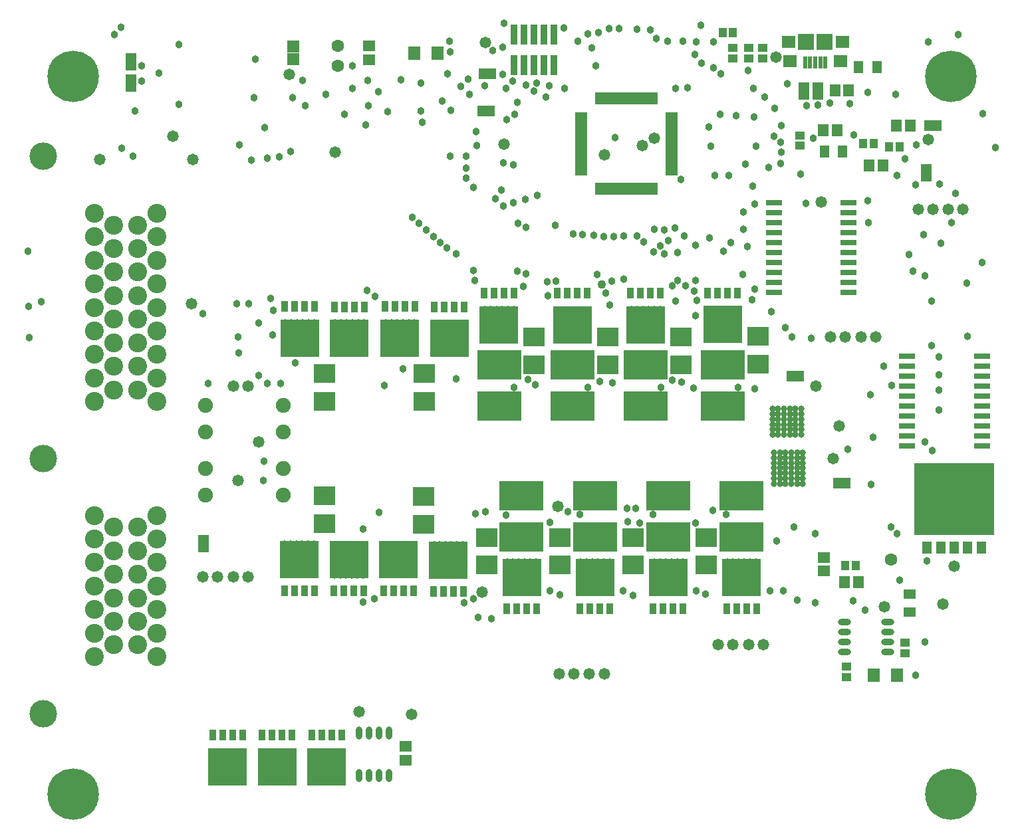
<source format=gbr>
%TF.GenerationSoftware,Altium Limited,Altium Designer,19.0.10 (269)*%
G04 Layer_Color=8388736*
%FSLAX26Y26*%
%MOIN*%
%TF.FileFunction,Soldermask,Top*%
%TF.Part,Single*%
G01*
G75*
%TA.AperFunction,SMDPad,CuDef*%
%ADD79R,0.043433X0.047370*%
%ADD80R,0.061150X0.053276*%
%ADD87R,0.045402X0.041465*%
%ADD88R,0.047370X0.043433*%
%ADD91R,0.053276X0.061150*%
%ADD92O,0.031622X0.065087*%
%ADD94R,0.082803X0.031622*%
%ADD95R,0.041465X0.045402*%
%ADD96O,0.065087X0.031622*%
%ADD97R,0.051307X0.059181*%
%ADD100R,0.053276X0.088709*%
%TA.AperFunction,ComponentPad*%
%ADD101C,0.074929*%
%TA.AperFunction,SMDPad,CuDef*%
%ADD102R,0.088709X0.053276*%
%TA.AperFunction,ViaPad*%
%ADD103C,0.258000*%
%TA.AperFunction,ComponentPad*%
%ADD104C,0.137921*%
%ADD105C,0.094614*%
%ADD106C,0.063118*%
%ADD107C,0.019811*%
%TA.AperFunction,SMDPad,CuDef*%
%ADD108R,0.401701X0.362331*%
%TA.AperFunction,ViaPad*%
%ADD109C,0.058000*%
%ADD110C,0.038000*%
%ADD111C,0.043000*%
%ADD112C,0.033000*%
%ADD113C,0.063000*%
%TA.AperFunction,SMDPad,CuDef*%
%ADD114R,0.019811X0.061150*%
%ADD115R,0.061150X0.019811*%
%ADD116R,0.061150X0.065087*%
%ADD117R,0.059181X0.051307*%
%ADD118R,0.110362X0.096583*%
%ADD119R,0.222567X0.145795*%
%ADD120R,0.035559X0.053276*%
%ADD121R,0.193039X0.189102*%
%TA.AperFunction,ConnectorPad*%
%ADD122R,0.023748X0.061150*%
%ADD123R,0.070992X0.063118*%
%ADD124R,0.065087X0.059181*%
%TA.AperFunction,SMDPad,CuDef*%
%ADD125R,0.082803X0.082803*%
%ADD126R,0.037921X0.102488*%
%ADD127R,0.063118X0.059181*%
%ADD128R,0.050126X0.061937*%
D79*
X4391850Y3548000D02*
D03*
X4445000D02*
D03*
X4315000Y3564000D02*
D03*
X4261850D02*
D03*
X4170425Y1447000D02*
D03*
X4223575D02*
D03*
D80*
X1968345Y470551D02*
D03*
Y539449D02*
D03*
X1783000Y3984000D02*
D03*
Y4052898D02*
D03*
X4064000Y1488449D02*
D03*
Y1419551D02*
D03*
D87*
X3687362Y4042575D02*
D03*
Y3991394D02*
D03*
D88*
X4176000Y939150D02*
D03*
Y886000D02*
D03*
X3757362Y3990410D02*
D03*
Y4043559D02*
D03*
X3607362Y3990410D02*
D03*
Y4043559D02*
D03*
X3942425Y3552425D02*
D03*
Y3605575D02*
D03*
X4471000Y1062034D02*
D03*
Y1008884D02*
D03*
D91*
X4237449Y1365356D02*
D03*
X4168551D02*
D03*
X4360628Y3453000D02*
D03*
X4291730D02*
D03*
X4496449Y3653000D02*
D03*
X4427551D02*
D03*
X4061976Y3630468D02*
D03*
X4130874D02*
D03*
X4118976Y3830000D02*
D03*
X4187874D02*
D03*
D92*
X1884345Y608284D02*
D03*
X1834345D02*
D03*
X1784345D02*
D03*
X1734345D02*
D03*
X1884345Y393717D02*
D03*
X1834345D02*
D03*
X1784345D02*
D03*
X1734345D02*
D03*
D94*
X4188008Y2816000D02*
D03*
Y2866000D02*
D03*
Y2916000D02*
D03*
Y2966000D02*
D03*
Y3016000D02*
D03*
Y3066000D02*
D03*
Y3116000D02*
D03*
Y3166000D02*
D03*
Y3216000D02*
D03*
Y3266000D02*
D03*
X3813992Y2816000D02*
D03*
Y2866000D02*
D03*
Y2916000D02*
D03*
Y2966000D02*
D03*
Y3016000D02*
D03*
Y3066000D02*
D03*
Y3116000D02*
D03*
Y3166000D02*
D03*
Y3216000D02*
D03*
Y3266000D02*
D03*
X4481992Y2496000D02*
D03*
Y2446000D02*
D03*
Y2396000D02*
D03*
Y2346000D02*
D03*
Y2296000D02*
D03*
Y2246000D02*
D03*
Y2196000D02*
D03*
Y2146000D02*
D03*
Y2096000D02*
D03*
Y2046000D02*
D03*
X4856008Y2496000D02*
D03*
Y2446000D02*
D03*
Y2396000D02*
D03*
Y2346000D02*
D03*
Y2296000D02*
D03*
Y2246000D02*
D03*
Y2196000D02*
D03*
Y2146000D02*
D03*
Y2096000D02*
D03*
Y2046000D02*
D03*
D95*
X3607953Y4121984D02*
D03*
X3556772D02*
D03*
D96*
X4382732Y1014908D02*
D03*
Y1064908D02*
D03*
Y1114908D02*
D03*
Y1164908D02*
D03*
X4168165Y1014908D02*
D03*
Y1064908D02*
D03*
Y1114908D02*
D03*
Y1164908D02*
D03*
D97*
X4329223Y3946000D02*
D03*
X4238671D02*
D03*
X4156701Y3523000D02*
D03*
X4066150D02*
D03*
D100*
X592000Y3973500D02*
D03*
Y3868500D02*
D03*
X953102Y1557000D02*
D03*
X4034425Y3826000D02*
D03*
X3965425D02*
D03*
X4578000Y3416000D02*
D03*
D101*
X964724Y1933022D02*
D03*
X1355276D02*
D03*
X964724Y1799163D02*
D03*
X1355276D02*
D03*
X964449Y2250000D02*
D03*
X1355000D02*
D03*
X964449Y2116142D02*
D03*
X1355000D02*
D03*
D102*
X2376000Y3913000D02*
D03*
X3922000Y2396000D02*
D03*
X4153619Y1860730D02*
D03*
X4610000Y3653000D02*
D03*
X2371000Y3726000D02*
D03*
D103*
X4700000Y3900000D02*
D03*
Y300000D02*
D03*
X300000D02*
D03*
Y3900000D02*
D03*
D104*
X150000Y3500000D02*
D03*
Y1984252D02*
D03*
Y704724D02*
D03*
D105*
X720866Y990158D02*
D03*
Y1108268D02*
D03*
Y1226378D02*
D03*
Y1344488D02*
D03*
Y1462599D02*
D03*
Y1580709D02*
D03*
Y1698819D02*
D03*
X622441Y1049213D02*
D03*
Y1167323D02*
D03*
Y1285433D02*
D03*
Y1403543D02*
D03*
Y1521654D02*
D03*
Y1639764D02*
D03*
X504331Y1049213D02*
D03*
Y1167323D02*
D03*
Y1285433D02*
D03*
Y1403543D02*
D03*
Y1521654D02*
D03*
Y1639764D02*
D03*
X405906Y990158D02*
D03*
Y1108268D02*
D03*
Y1226378D02*
D03*
Y1344488D02*
D03*
Y1462599D02*
D03*
Y1580709D02*
D03*
Y1698819D02*
D03*
Y3214567D02*
D03*
Y3096457D02*
D03*
Y2978347D02*
D03*
Y2860236D02*
D03*
Y2742126D02*
D03*
Y2624016D02*
D03*
Y2505905D02*
D03*
Y2387795D02*
D03*
Y2269685D02*
D03*
X504331Y3155512D02*
D03*
Y3037402D02*
D03*
Y2919291D02*
D03*
Y2801181D02*
D03*
Y2683071D02*
D03*
Y2564961D02*
D03*
Y2446850D02*
D03*
Y2328740D02*
D03*
X622441Y3155512D02*
D03*
Y3037402D02*
D03*
Y2919291D02*
D03*
Y2801181D02*
D03*
Y2683071D02*
D03*
Y2564961D02*
D03*
Y2446850D02*
D03*
Y2328740D02*
D03*
X720866Y3214567D02*
D03*
Y3096457D02*
D03*
Y2978347D02*
D03*
Y2860236D02*
D03*
Y2742126D02*
D03*
Y2624016D02*
D03*
Y2505905D02*
D03*
Y2387795D02*
D03*
Y2269685D02*
D03*
D106*
X1628000Y3953449D02*
D03*
Y4053449D02*
D03*
D107*
X4740512Y1780000D02*
D03*
Y1827244D02*
D03*
Y1874488D02*
D03*
Y1921732D02*
D03*
Y1732756D02*
D03*
Y1685512D02*
D03*
Y1638268D02*
D03*
X4787756D02*
D03*
Y1685512D02*
D03*
Y1732756D02*
D03*
Y1921732D02*
D03*
Y1874488D02*
D03*
Y1827244D02*
D03*
Y1780000D02*
D03*
X4835000Y1638268D02*
D03*
Y1685512D02*
D03*
Y1732756D02*
D03*
Y1921732D02*
D03*
Y1874488D02*
D03*
Y1827244D02*
D03*
Y1780000D02*
D03*
X4882244Y1638268D02*
D03*
Y1685512D02*
D03*
Y1732756D02*
D03*
Y1921732D02*
D03*
Y1874488D02*
D03*
Y1827244D02*
D03*
Y1780000D02*
D03*
X4693268Y1638268D02*
D03*
Y1685512D02*
D03*
Y1732756D02*
D03*
Y1921732D02*
D03*
Y1874488D02*
D03*
Y1827244D02*
D03*
Y1780000D02*
D03*
X4646024Y1638268D02*
D03*
Y1685512D02*
D03*
Y1732756D02*
D03*
Y1921732D02*
D03*
Y1874488D02*
D03*
Y1827244D02*
D03*
Y1780000D02*
D03*
X4598780Y1638268D02*
D03*
Y1685512D02*
D03*
Y1732756D02*
D03*
Y1921732D02*
D03*
Y1874488D02*
D03*
Y1827244D02*
D03*
Y1780000D02*
D03*
X4551535Y1638268D02*
D03*
Y1685512D02*
D03*
Y1732756D02*
D03*
Y1921732D02*
D03*
Y1874488D02*
D03*
Y1827244D02*
D03*
Y1780000D02*
D03*
D108*
X4716890D02*
D03*
D109*
X4141500Y2148000D02*
D03*
X434000Y3484000D02*
D03*
X1103038Y2346000D02*
D03*
X1177038D02*
D03*
X951000Y1389000D02*
D03*
X1025000D02*
D03*
X1177450D02*
D03*
X1103450D02*
D03*
X2736000Y904000D02*
D03*
X2810000D02*
D03*
X2962450D02*
D03*
X2888450D02*
D03*
X3533584Y1051000D02*
D03*
X3607584D02*
D03*
X3760034D02*
D03*
X3686034D02*
D03*
X4097803Y2594000D02*
D03*
X4171803D02*
D03*
X4324254D02*
D03*
X4250254D02*
D03*
X4688000Y3233000D02*
D03*
X4762000D02*
D03*
X4609550D02*
D03*
X4535550D02*
D03*
X1615000Y3520000D02*
D03*
X1229510Y2066000D02*
D03*
X1128000Y1875000D02*
D03*
X894000Y2759000D02*
D03*
X902000Y3485000D02*
D03*
X802000Y3600000D02*
D03*
X2731000Y1743570D02*
D03*
X2459909Y3561000D02*
D03*
X2368000Y4071000D02*
D03*
X3823000Y3997000D02*
D03*
X2963000Y3506000D02*
D03*
X3213643Y3589000D02*
D03*
X4050000Y3269000D02*
D03*
X4587000Y3585000D02*
D03*
X4111000Y1985000D02*
D03*
X4367000Y1239000D02*
D03*
X2352000Y1314000D02*
D03*
X1998000Y700000D02*
D03*
X1384000Y3911000D02*
D03*
X4662000Y1253000D02*
D03*
X4716890Y1443000D02*
D03*
X3153000Y3552795D02*
D03*
X4023000Y2346000D02*
D03*
X1733000Y714000D02*
D03*
D110*
X731000Y3917000D02*
D03*
X645030Y3954500D02*
D03*
X644000Y3878500D02*
D03*
X541500Y4146500D02*
D03*
X610000Y3726000D02*
D03*
X829500Y3760500D02*
D03*
Y4061000D02*
D03*
X78500Y2746500D02*
D03*
X3656485Y2908015D02*
D03*
X3076500Y1734000D02*
D03*
X4784500Y2597500D02*
D03*
X4604500Y2551000D02*
D03*
X1399000Y3795000D02*
D03*
X4311000Y2090000D02*
D03*
X3012000Y3096245D02*
D03*
X2969000Y2815000D02*
D03*
X2928000Y2906024D02*
D03*
X1774685Y2826000D02*
D03*
X949000Y2710000D02*
D03*
X2690000Y1663328D02*
D03*
X2260263Y1260000D02*
D03*
X2363000Y3855000D02*
D03*
X2454000Y3910000D02*
D03*
X2760000Y4144000D02*
D03*
X2459000Y4166000D02*
D03*
X2403000Y4029000D02*
D03*
X2288000Y3811000D02*
D03*
X3787000Y3444000D02*
D03*
X3847000Y3465000D02*
D03*
X4034000Y3757000D02*
D03*
X4093000Y3768000D02*
D03*
X3977000Y3754000D02*
D03*
X1206000Y3794000D02*
D03*
X1449000Y3879000D02*
D03*
X1778000Y3880000D02*
D03*
X1780000Y3755000D02*
D03*
X1699000Y3840000D02*
D03*
X1700409Y3954410D02*
D03*
X2177000Y3913000D02*
D03*
X2195400Y3729000D02*
D03*
X2050000Y3672000D02*
D03*
X2472000Y3841000D02*
D03*
X2281000Y3887000D02*
D03*
X2192000Y4024000D02*
D03*
X1214000Y3986000D02*
D03*
X4645000Y3361000D02*
D03*
X4010000Y3589000D02*
D03*
X3509000Y4074000D02*
D03*
X3715000Y3696000D02*
D03*
X3498000Y3550000D02*
D03*
X2682000Y2801181D02*
D03*
X3716000Y3259000D02*
D03*
Y2334000D02*
D03*
X3802000Y2720000D02*
D03*
X3705000Y2781000D02*
D03*
X3062000Y2884000D02*
D03*
X2940000Y2371000D02*
D03*
X3002000Y2875000D02*
D03*
X2782000Y1717000D02*
D03*
X2366000D02*
D03*
X2318000Y1707000D02*
D03*
X2716000Y3155000D02*
D03*
X2678000Y2869000D02*
D03*
X2720000Y2875000D02*
D03*
X3670000Y3459000D02*
D03*
X2416000Y3286000D02*
D03*
X2571000Y3143000D02*
D03*
X2508000Y3268000D02*
D03*
X2567000Y3284000D02*
D03*
X2506000Y3458000D02*
D03*
X2456000Y3467000D02*
D03*
X3409000Y2338000D02*
D03*
X3331000Y2878000D02*
D03*
X3265000Y3011000D02*
D03*
X3285000Y3078000D02*
D03*
X3543600Y3709000D02*
D03*
X2151000Y3777000D02*
D03*
X2270000Y3441000D02*
D03*
X3625000Y3703000D02*
D03*
X3547000Y3914000D02*
D03*
X4425000Y3811000D02*
D03*
X3487000Y3646000D02*
D03*
X3848000Y3571000D02*
D03*
X3586000Y3405000D02*
D03*
X3723000Y3550000D02*
D03*
X2764000Y3842000D02*
D03*
X2671000Y3796000D02*
D03*
X2569696Y3858000D02*
D03*
X2625000Y3867000D02*
D03*
X2686000Y3855000D02*
D03*
X3322000Y3840000D02*
D03*
X2572000Y2909000D02*
D03*
X3712000Y3842000D02*
D03*
X3716000Y2833000D02*
D03*
X3421000Y2701000D02*
D03*
X543500Y3541000D02*
D03*
X3037000Y4141000D02*
D03*
X2882000Y4115000D02*
D03*
X2934000Y4120000D02*
D03*
X2902000Y4044000D02*
D03*
X2187000Y4078000D02*
D03*
X2616000Y2354000D02*
D03*
X2580000Y2380000D02*
D03*
X4586000Y4075000D02*
D03*
X3305000Y2376000D02*
D03*
X3160000Y3069000D02*
D03*
X2989000Y2753000D02*
D03*
X3081000Y1666000D02*
D03*
X3142000Y1660000D02*
D03*
X3413000Y2824000D02*
D03*
X3420000Y1662000D02*
D03*
X3212000Y3022000D02*
D03*
X3319000Y2773000D02*
D03*
X3245000Y3049000D02*
D03*
X3126000Y3100000D02*
D03*
X3213000Y3133000D02*
D03*
X3828000Y1570000D02*
D03*
X2910000Y3103000D02*
D03*
X2855000Y3106000D02*
D03*
X2808000Y3111000D02*
D03*
X3419000Y3054000D02*
D03*
X3363000Y3100000D02*
D03*
X3316000Y3139000D02*
D03*
X3328843Y3016000D02*
D03*
X3265000Y3131000D02*
D03*
X3381000Y3843000D02*
D03*
X3447000Y4158000D02*
D03*
X4738000Y4112000D02*
D03*
X4607000Y2025000D02*
D03*
X4570000Y2066000D02*
D03*
X3120000Y1735000D02*
D03*
X4527000Y3556000D02*
D03*
X4470000Y3486000D02*
D03*
X3851000Y3520000D02*
D03*
X4925000Y3543000D02*
D03*
X4300000Y1854500D02*
D03*
X4400000Y1641000D02*
D03*
X3914236D02*
D03*
X3507000Y1725000D02*
D03*
X3371000Y2850000D02*
D03*
X2558000Y2848000D02*
D03*
X3428386Y2776106D02*
D03*
X3768000Y3796000D02*
D03*
X3817000Y3741000D02*
D03*
X3852000Y3654000D02*
D03*
X3973000Y3263000D02*
D03*
X3814000Y3602000D02*
D03*
X3679000Y3046000D02*
D03*
X3489000Y3090000D02*
D03*
X2531000Y3164000D02*
D03*
X3903000Y2594000D02*
D03*
X3872000Y2642000D02*
D03*
X4001000Y2588000D02*
D03*
X2219000Y2385000D02*
D03*
X2331000Y1186000D02*
D03*
X3195112Y4134500D02*
D03*
X3510000Y3945000D02*
D03*
X3451000Y3967000D02*
D03*
X3416000Y4009000D02*
D03*
X3423000Y4074000D02*
D03*
X3357000Y4076000D02*
D03*
X3281000Y4077000D02*
D03*
X3225000Y4090000D02*
D03*
X3126000Y4136000D02*
D03*
X599000Y3499000D02*
D03*
X2920000Y3954410D02*
D03*
X2987000Y4139000D02*
D03*
X507139Y4109000D02*
D03*
X3685000Y3930000D02*
D03*
X2505000Y3876000D02*
D03*
X3516000Y3403000D02*
D03*
X3346000Y3384000D02*
D03*
X4861000Y3715000D02*
D03*
X4432000Y1607000D02*
D03*
X4211000Y1272000D02*
D03*
X2447000Y3329000D02*
D03*
X3559281Y3024000D02*
D03*
X2457711Y3251000D02*
D03*
X2627000Y3304000D02*
D03*
X3060000Y3099000D02*
D03*
X2962000Y3097000D02*
D03*
X3659597Y3221000D02*
D03*
X3660000Y3134000D02*
D03*
X3598000Y3068000D02*
D03*
X2526000Y2924000D02*
D03*
X4444000Y1375000D02*
D03*
X1339000Y2361000D02*
D03*
X1953000Y2434000D02*
D03*
X4523000Y897000D02*
D03*
X4582000Y1469000D02*
D03*
X3946000Y3410000D02*
D03*
X3880000Y3864000D02*
D03*
X4524000Y3356000D02*
D03*
X2475000Y3685000D02*
D03*
X2515000Y3712000D02*
D03*
X2527000Y3770000D02*
D03*
X2610000Y3827000D02*
D03*
X2398000Y1179000D02*
D03*
X1754000Y1263000D02*
D03*
X1811000Y1282000D02*
D03*
X2511491Y2341470D02*
D03*
X2878912Y2341000D02*
D03*
X3246334Y2340894D02*
D03*
X3633298Y2342106D02*
D03*
X3574843Y1703000D02*
D03*
X3207421D02*
D03*
X2840000D02*
D03*
X2469000Y1700000D02*
D03*
X3303000Y2849000D02*
D03*
X3349000Y2367000D02*
D03*
X4642000Y2228000D02*
D03*
X3005000Y2364000D02*
D03*
X4642000Y2326000D02*
D03*
X4298500Y2305500D02*
D03*
X4639000Y2404000D02*
D03*
Y2495000D02*
D03*
X4287000Y3167000D02*
D03*
X4284000Y3276000D02*
D03*
X3016000Y3594000D02*
D03*
X3708000Y3349000D02*
D03*
X4725000Y3315000D02*
D03*
X4570000Y1063000D02*
D03*
X4269000Y1225000D02*
D03*
X2044000Y3868000D02*
D03*
X4019000Y1608000D02*
D03*
Y1262000D02*
D03*
X3932000Y1274000D02*
D03*
X2831000Y4077000D02*
D03*
X2455000Y4046000D02*
D03*
X2245000Y3852000D02*
D03*
X4214000Y3607000D02*
D03*
X4285000Y3819000D02*
D03*
X4195000Y3764000D02*
D03*
X4432000Y3403000D02*
D03*
X4603000Y2775000D02*
D03*
X4492000Y3008000D02*
D03*
X4512000Y2924000D02*
D03*
X4571000Y2901000D02*
D03*
X4563000Y3108000D02*
D03*
X3421000Y2876636D02*
D03*
X4858000Y2966000D02*
D03*
X3859000Y1320000D02*
D03*
X4650000Y3063000D02*
D03*
X4781000Y2863000D02*
D03*
X3472000Y1303000D02*
D03*
X4704000Y3167000D02*
D03*
X3108000Y1298000D02*
D03*
X2739000Y1300000D02*
D03*
X2043000Y3727000D02*
D03*
X1878000Y3724000D02*
D03*
X2308000Y3343000D02*
D03*
X2270000Y3389000D02*
D03*
X2308000Y2926000D02*
D03*
X2314000Y2878000D02*
D03*
X3792264Y1321151D02*
D03*
X3424843D02*
D03*
X3057421D02*
D03*
X2690000D02*
D03*
X1860000Y2350000D02*
D03*
X4363000Y2448000D02*
D03*
X4405000Y2349000D02*
D03*
X1390800Y3524000D02*
D03*
X1134000Y3557000D02*
D03*
X1195000Y3480000D02*
D03*
X1122000Y2760000D02*
D03*
X1182000Y2759000D02*
D03*
X1132000Y2514000D02*
D03*
X2308477Y1280701D02*
D03*
X2174205Y3039000D02*
D03*
X2221000Y3012000D02*
D03*
X2324000Y3553000D02*
D03*
X1835000Y1714000D02*
D03*
X1414000Y2464000D02*
D03*
X1754000Y1632000D02*
D03*
X81000Y2590000D02*
D03*
X2322000Y3624000D02*
D03*
X1274000Y3492000D02*
D03*
X2142000Y3067000D02*
D03*
X2106000Y3097000D02*
D03*
X2070000Y3131000D02*
D03*
X2034000Y3165000D02*
D03*
X1999000Y3195000D02*
D03*
X1831000Y3824000D02*
D03*
X2270000Y3500000D02*
D03*
X1299755Y2603000D02*
D03*
X1815000Y2798000D02*
D03*
X2189000Y3501000D02*
D03*
X1305000Y2726000D02*
D03*
X140000Y2772000D02*
D03*
X75000Y3023000D02*
D03*
X1662000Y3712000D02*
D03*
X1566000Y3810000D02*
D03*
X1126000Y2594000D02*
D03*
X1944000Y3883000D02*
D03*
X1464000Y3755000D02*
D03*
X1766000Y3656000D02*
D03*
X1334000Y3497000D02*
D03*
X1230000Y2402000D02*
D03*
X1274000Y2359000D02*
D03*
X1262000Y3645000D02*
D03*
X1290000Y2786000D02*
D03*
X1230000Y2665000D02*
D03*
X1255000Y1875000D02*
D03*
X1256000Y1971000D02*
D03*
X978000Y2361000D02*
D03*
X4184000Y2032000D02*
D03*
D111*
X2948976Y2856342D02*
D03*
D112*
X3099000Y2707000D02*
D03*
Y2629000D02*
D03*
Y2655000D02*
D03*
Y2681000D02*
D03*
X3127800Y2707000D02*
D03*
Y2681000D02*
D03*
Y2629000D02*
D03*
X3099000Y2603000D02*
D03*
X3921200Y2233000D02*
D03*
X3950000D02*
D03*
X3892400D02*
D03*
X3921200Y2207000D02*
D03*
X3863600Y2233000D02*
D03*
X3834800D02*
D03*
X3214200Y2733000D02*
D03*
X3185400D02*
D03*
X3214200Y2707000D02*
D03*
X3185400D02*
D03*
X3214200Y2681000D02*
D03*
X3185400D02*
D03*
X3214200Y2655000D02*
D03*
X3185400D02*
D03*
X3214200Y2629000D02*
D03*
X3185400D02*
D03*
X3214200Y2603000D02*
D03*
X3185400D02*
D03*
X3214200Y2577000D02*
D03*
X3243000Y2733000D02*
D03*
X3357643Y1415000D02*
D03*
Y1441000D02*
D03*
X3328843D02*
D03*
Y1467000D02*
D03*
X3213643D02*
D03*
X2960200D02*
D03*
Y1441000D02*
D03*
X2989000Y1415000D02*
D03*
Y1441000D02*
D03*
Y1467000D02*
D03*
X2960200Y1415000D02*
D03*
X2931400Y1441000D02*
D03*
X2902600D02*
D03*
X2931400Y1415000D02*
D03*
X2902600D02*
D03*
X2873800D02*
D03*
X3814000Y1910000D02*
D03*
Y1858000D02*
D03*
X3842800Y1910000D02*
D03*
X3814000Y1884000D02*
D03*
X3842800Y1858000D02*
D03*
X3871600Y1910000D02*
D03*
X3842800Y1884000D02*
D03*
X3871600Y1858000D02*
D03*
X3900400Y1910000D02*
D03*
X3871600Y1884000D02*
D03*
X3900400Y1858000D02*
D03*
X3929200Y1910000D02*
D03*
X3900400Y1884000D02*
D03*
X3929200Y1858000D02*
D03*
X3958000Y1910000D02*
D03*
X3929200Y1884000D02*
D03*
X3958000Y1858000D02*
D03*
X2142800Y2535000D02*
D03*
Y2509000D02*
D03*
X2114000Y2587000D02*
D03*
X2142800Y2561000D02*
D03*
X2114000Y2509000D02*
D03*
Y2535000D02*
D03*
X2229200Y2509000D02*
D03*
X2200400D02*
D03*
X2171600D02*
D03*
X2200400Y2561000D02*
D03*
Y2535000D02*
D03*
X2171600Y2613000D02*
D03*
X2200400Y2587000D02*
D03*
X2171600Y2535000D02*
D03*
Y2561000D02*
D03*
Y2587000D02*
D03*
X2142800Y2639000D02*
D03*
Y2587000D02*
D03*
Y2613000D02*
D03*
X2114000Y2665000D02*
D03*
Y2613000D02*
D03*
X2142800Y2665000D02*
D03*
X2114000Y2639000D02*
D03*
X2365000Y2630000D02*
D03*
Y2682000D02*
D03*
Y2708000D02*
D03*
Y2656000D02*
D03*
X2393800Y2630000D02*
D03*
X1982200Y2510000D02*
D03*
X3243000Y2577000D02*
D03*
Y2603000D02*
D03*
Y2629000D02*
D03*
Y2655000D02*
D03*
Y2681000D02*
D03*
Y2707000D02*
D03*
X3185400Y2577000D02*
D03*
X2960200Y1337000D02*
D03*
Y1311000D02*
D03*
X2989000Y1389000D02*
D03*
X2960200Y1363000D02*
D03*
X2989000Y1311000D02*
D03*
Y1337000D02*
D03*
X2931400Y1311000D02*
D03*
X2902600D02*
D03*
X2931400Y1337000D02*
D03*
X2989000Y1363000D02*
D03*
X2845000D02*
D03*
Y1311000D02*
D03*
Y1337000D02*
D03*
X2873800Y1389000D02*
D03*
Y1311000D02*
D03*
Y1337000D02*
D03*
Y1363000D02*
D03*
X2902600D02*
D03*
Y1337000D02*
D03*
Y1389000D02*
D03*
X2960200D02*
D03*
X2931400D02*
D03*
Y1363000D02*
D03*
Y1467000D02*
D03*
X2845000Y1441000D02*
D03*
Y1389000D02*
D03*
Y1467000D02*
D03*
Y1415000D02*
D03*
X2873800Y1441000D02*
D03*
X2902600Y1467000D02*
D03*
X2873800D02*
D03*
X3127800Y2603000D02*
D03*
Y2577000D02*
D03*
X3099000D02*
D03*
X3156600D02*
D03*
X2818400Y2576000D02*
D03*
X2789600D02*
D03*
X2760800D02*
D03*
X2789600Y2602000D02*
D03*
X2760800D02*
D03*
X2732000D02*
D03*
X2760800Y2654000D02*
D03*
Y2628000D02*
D03*
Y2680000D02*
D03*
X2732000Y2706000D02*
D03*
X2760800D02*
D03*
X2732000Y2732000D02*
D03*
X2876000Y2628000D02*
D03*
Y2576000D02*
D03*
Y2602000D02*
D03*
X2847200Y2654000D02*
D03*
Y2602000D02*
D03*
Y2576000D02*
D03*
Y2628000D02*
D03*
X2818400Y2680000D02*
D03*
X2847200D02*
D03*
X2876000Y2654000D02*
D03*
Y2680000D02*
D03*
Y2706000D02*
D03*
X3543600Y2579000D02*
D03*
X3958000Y1884000D02*
D03*
X3929200Y1936000D02*
D03*
X3958000D02*
D03*
X3929200Y1962000D02*
D03*
X3958000D02*
D03*
X3929200Y1988000D02*
D03*
X3958000D02*
D03*
X3929200Y2014000D02*
D03*
X3814000Y1936000D02*
D03*
Y2014000D02*
D03*
Y1988000D02*
D03*
X3871600D02*
D03*
X3842800Y1962000D02*
D03*
Y1988000D02*
D03*
X3814000Y1962000D02*
D03*
X3842800Y2014000D02*
D03*
Y1936000D02*
D03*
X3871600D02*
D03*
Y2014000D02*
D03*
X3900400Y1936000D02*
D03*
X3871600Y1962000D02*
D03*
X3900400Y2014000D02*
D03*
Y1988000D02*
D03*
Y1962000D02*
D03*
X3958000Y2014000D02*
D03*
X3834800Y2129000D02*
D03*
Y2103000D02*
D03*
X3863600Y2129000D02*
D03*
X2171600Y2639000D02*
D03*
Y2665000D02*
D03*
X2229200Y2639000D02*
D03*
X2200400Y2665000D02*
D03*
Y2639000D02*
D03*
Y2613000D02*
D03*
X2229200Y2535000D02*
D03*
X2258000Y2587000D02*
D03*
X2229200D02*
D03*
Y2613000D02*
D03*
X2258000D02*
D03*
X2229200Y2561000D02*
D03*
X2258000Y2535000D02*
D03*
Y2561000D02*
D03*
X2114000D02*
D03*
X3806000Y2207000D02*
D03*
Y2129000D02*
D03*
Y2155000D02*
D03*
Y2181000D02*
D03*
X3834800Y2155000D02*
D03*
Y2181000D02*
D03*
Y2207000D02*
D03*
X3863600D02*
D03*
Y2181000D02*
D03*
Y2155000D02*
D03*
X3892400Y2181000D02*
D03*
Y2207000D02*
D03*
X3806000Y2233000D02*
D03*
Y2103000D02*
D03*
X3607800Y1338000D02*
D03*
Y1312000D02*
D03*
X3636600Y1390000D02*
D03*
X3607800Y1364000D02*
D03*
X3636600Y1312000D02*
D03*
Y1338000D02*
D03*
Y1364000D02*
D03*
X3665400Y1416000D02*
D03*
X3694200Y1364000D02*
D03*
X3665400Y1338000D02*
D03*
Y1364000D02*
D03*
Y1390000D02*
D03*
X3694200Y1468000D02*
D03*
X3665400Y1442000D02*
D03*
X3723000Y1416000D02*
D03*
X3694200Y1390000D02*
D03*
Y1416000D02*
D03*
X3723000Y1390000D02*
D03*
X3694200Y1442000D02*
D03*
X3723000D02*
D03*
X3694200Y1338000D02*
D03*
X3665400Y1312000D02*
D03*
X3723000Y1338000D02*
D03*
X3694200Y1312000D02*
D03*
X3723000Y1364000D02*
D03*
X1758000Y2614000D02*
D03*
Y2666000D02*
D03*
Y2640000D02*
D03*
X1729200Y2588000D02*
D03*
Y2666000D02*
D03*
Y2640000D02*
D03*
Y2614000D02*
D03*
X1700400Y2588000D02*
D03*
Y2666000D02*
D03*
Y2614000D02*
D03*
X1671600D02*
D03*
Y2666000D02*
D03*
X1700400Y2640000D02*
D03*
X1867000Y2510000D02*
D03*
X1895800D02*
D03*
X1887800Y1529000D02*
D03*
X1859000D02*
D03*
Y1503000D02*
D03*
Y1555000D02*
D03*
X1365000Y2667000D02*
D03*
X1393800Y2615000D02*
D03*
X1365000Y2589000D02*
D03*
Y2615000D02*
D03*
Y2641000D02*
D03*
Y2563000D02*
D03*
X1393800Y2667000D02*
D03*
X1422600Y2615000D02*
D03*
X1393800Y2589000D02*
D03*
X1451400Y2615000D02*
D03*
X1422600Y2589000D02*
D03*
Y2667000D02*
D03*
Y2641000D02*
D03*
X1393800D02*
D03*
Y2563000D02*
D03*
X1422600D02*
D03*
X1451400Y2667000D02*
D03*
X1480200Y2615000D02*
D03*
X1451400Y2589000D02*
D03*
Y2641000D02*
D03*
Y2563000D02*
D03*
X1480200D02*
D03*
Y2537000D02*
D03*
Y2589000D02*
D03*
X1509000Y2537000D02*
D03*
Y2511000D02*
D03*
X1480200Y2641000D02*
D03*
X1509000Y2589000D02*
D03*
Y2615000D02*
D03*
Y2641000D02*
D03*
X1393800Y2537000D02*
D03*
X1365000D02*
D03*
Y2511000D02*
D03*
X1393800D02*
D03*
X1422600Y2537000D02*
D03*
Y2511000D02*
D03*
X2258000Y2665000D02*
D03*
X2229200D02*
D03*
X2258000Y2639000D02*
D03*
Y2509000D02*
D03*
X1867000Y2588000D02*
D03*
Y2536000D02*
D03*
Y2562000D02*
D03*
Y2614000D02*
D03*
Y2640000D02*
D03*
Y2666000D02*
D03*
X1895800D02*
D03*
Y2640000D02*
D03*
Y2614000D02*
D03*
Y2562000D02*
D03*
Y2536000D02*
D03*
Y2588000D02*
D03*
X1924600Y2666000D02*
D03*
Y2640000D02*
D03*
Y2614000D02*
D03*
Y2562000D02*
D03*
Y2536000D02*
D03*
Y2588000D02*
D03*
Y2510000D02*
D03*
X1953400Y2666000D02*
D03*
Y2640000D02*
D03*
Y2614000D02*
D03*
Y2562000D02*
D03*
Y2536000D02*
D03*
Y2588000D02*
D03*
Y2510000D02*
D03*
X1982200Y2666000D02*
D03*
Y2640000D02*
D03*
Y2614000D02*
D03*
Y2562000D02*
D03*
Y2536000D02*
D03*
Y2588000D02*
D03*
X2011000Y2666000D02*
D03*
Y2640000D02*
D03*
Y2614000D02*
D03*
Y2562000D02*
D03*
Y2536000D02*
D03*
Y2588000D02*
D03*
Y2510000D02*
D03*
X1614000D02*
D03*
Y2588000D02*
D03*
Y2536000D02*
D03*
Y2562000D02*
D03*
Y2614000D02*
D03*
Y2640000D02*
D03*
Y2666000D02*
D03*
X1642800D02*
D03*
Y2640000D02*
D03*
Y2614000D02*
D03*
Y2562000D02*
D03*
Y2536000D02*
D03*
Y2588000D02*
D03*
Y2510000D02*
D03*
X1671600Y2640000D02*
D03*
Y2562000D02*
D03*
Y2536000D02*
D03*
Y2588000D02*
D03*
Y2510000D02*
D03*
X1700400Y2562000D02*
D03*
Y2536000D02*
D03*
Y2510000D02*
D03*
X1729200Y2562000D02*
D03*
Y2536000D02*
D03*
Y2510000D02*
D03*
X1758000Y2562000D02*
D03*
Y2536000D02*
D03*
Y2588000D02*
D03*
Y2510000D02*
D03*
X1451400Y2537000D02*
D03*
Y2511000D02*
D03*
X1480200Y2667000D02*
D03*
Y2511000D02*
D03*
X1509000Y2667000D02*
D03*
Y2563000D02*
D03*
X2109000Y1398000D02*
D03*
Y1476000D02*
D03*
Y1424000D02*
D03*
Y1450000D02*
D03*
Y1502000D02*
D03*
Y1528000D02*
D03*
Y1554000D02*
D03*
X2137800D02*
D03*
Y1528000D02*
D03*
Y1502000D02*
D03*
Y1450000D02*
D03*
Y1424000D02*
D03*
Y1476000D02*
D03*
Y1398000D02*
D03*
X2166600Y1554000D02*
D03*
Y1528000D02*
D03*
Y1502000D02*
D03*
Y1450000D02*
D03*
Y1424000D02*
D03*
Y1476000D02*
D03*
Y1398000D02*
D03*
X2195400Y1554000D02*
D03*
Y1528000D02*
D03*
Y1502000D02*
D03*
Y1450000D02*
D03*
Y1424000D02*
D03*
Y1476000D02*
D03*
Y1398000D02*
D03*
X2224200Y1554000D02*
D03*
Y1528000D02*
D03*
Y1502000D02*
D03*
Y1450000D02*
D03*
Y1424000D02*
D03*
Y1476000D02*
D03*
Y1398000D02*
D03*
X2253000Y1554000D02*
D03*
Y1528000D02*
D03*
Y1502000D02*
D03*
Y1450000D02*
D03*
Y1424000D02*
D03*
Y1476000D02*
D03*
Y1398000D02*
D03*
X1859000Y1399000D02*
D03*
Y1477000D02*
D03*
Y1425000D02*
D03*
Y1451000D02*
D03*
X1887800Y1555000D02*
D03*
Y1503000D02*
D03*
Y1451000D02*
D03*
Y1425000D02*
D03*
Y1477000D02*
D03*
Y1399000D02*
D03*
X1916600Y1555000D02*
D03*
Y1529000D02*
D03*
Y1503000D02*
D03*
Y1451000D02*
D03*
Y1425000D02*
D03*
Y1477000D02*
D03*
Y1399000D02*
D03*
X1945400Y1555000D02*
D03*
Y1529000D02*
D03*
Y1503000D02*
D03*
Y1451000D02*
D03*
Y1425000D02*
D03*
Y1477000D02*
D03*
Y1399000D02*
D03*
X1974200Y1555000D02*
D03*
Y1529000D02*
D03*
Y1503000D02*
D03*
Y1451000D02*
D03*
Y1425000D02*
D03*
Y1477000D02*
D03*
Y1399000D02*
D03*
X2003000Y1555000D02*
D03*
Y1529000D02*
D03*
Y1503000D02*
D03*
Y1451000D02*
D03*
Y1425000D02*
D03*
Y1477000D02*
D03*
Y1399000D02*
D03*
X1610000Y1398000D02*
D03*
Y1476000D02*
D03*
Y1424000D02*
D03*
Y1450000D02*
D03*
Y1502000D02*
D03*
Y1528000D02*
D03*
Y1554000D02*
D03*
X1638800D02*
D03*
Y1528000D02*
D03*
Y1502000D02*
D03*
Y1450000D02*
D03*
Y1424000D02*
D03*
Y1476000D02*
D03*
Y1398000D02*
D03*
X1667600Y1554000D02*
D03*
Y1528000D02*
D03*
Y1502000D02*
D03*
Y1450000D02*
D03*
Y1424000D02*
D03*
Y1476000D02*
D03*
Y1398000D02*
D03*
X1696400Y1554000D02*
D03*
Y1528000D02*
D03*
Y1502000D02*
D03*
Y1450000D02*
D03*
Y1424000D02*
D03*
Y1476000D02*
D03*
Y1398000D02*
D03*
X1725200Y1554000D02*
D03*
Y1528000D02*
D03*
Y1502000D02*
D03*
Y1450000D02*
D03*
Y1424000D02*
D03*
Y1476000D02*
D03*
Y1398000D02*
D03*
X1754000Y1554000D02*
D03*
Y1528000D02*
D03*
Y1502000D02*
D03*
Y1450000D02*
D03*
Y1424000D02*
D03*
Y1476000D02*
D03*
Y1398000D02*
D03*
X1362000Y1400000D02*
D03*
Y1478000D02*
D03*
Y1426000D02*
D03*
Y1452000D02*
D03*
Y1504000D02*
D03*
Y1530000D02*
D03*
Y1556000D02*
D03*
X1390800D02*
D03*
Y1530000D02*
D03*
Y1504000D02*
D03*
Y1452000D02*
D03*
Y1426000D02*
D03*
Y1478000D02*
D03*
Y1400000D02*
D03*
X1419600Y1556000D02*
D03*
Y1530000D02*
D03*
Y1504000D02*
D03*
Y1452000D02*
D03*
Y1426000D02*
D03*
Y1478000D02*
D03*
Y1400000D02*
D03*
X1448400Y1556000D02*
D03*
Y1530000D02*
D03*
Y1504000D02*
D03*
Y1452000D02*
D03*
Y1426000D02*
D03*
Y1478000D02*
D03*
Y1400000D02*
D03*
X1477200Y1556000D02*
D03*
Y1530000D02*
D03*
Y1504000D02*
D03*
Y1452000D02*
D03*
Y1426000D02*
D03*
Y1478000D02*
D03*
Y1400000D02*
D03*
X1506000Y1556000D02*
D03*
Y1530000D02*
D03*
Y1504000D02*
D03*
Y1452000D02*
D03*
Y1426000D02*
D03*
Y1478000D02*
D03*
Y1400000D02*
D03*
X3486000Y2579000D02*
D03*
Y2657000D02*
D03*
Y2605000D02*
D03*
Y2631000D02*
D03*
Y2683000D02*
D03*
Y2709000D02*
D03*
Y2735000D02*
D03*
X3514800D02*
D03*
Y2709000D02*
D03*
Y2683000D02*
D03*
Y2631000D02*
D03*
Y2605000D02*
D03*
Y2657000D02*
D03*
Y2579000D02*
D03*
X3543600Y2735000D02*
D03*
Y2709000D02*
D03*
Y2683000D02*
D03*
Y2631000D02*
D03*
Y2605000D02*
D03*
Y2657000D02*
D03*
X3572400Y2735000D02*
D03*
Y2709000D02*
D03*
Y2683000D02*
D03*
Y2631000D02*
D03*
Y2605000D02*
D03*
Y2657000D02*
D03*
Y2579000D02*
D03*
X3601200Y2735000D02*
D03*
Y2709000D02*
D03*
Y2683000D02*
D03*
Y2631000D02*
D03*
Y2605000D02*
D03*
Y2657000D02*
D03*
Y2579000D02*
D03*
X3630000Y2735000D02*
D03*
Y2709000D02*
D03*
Y2683000D02*
D03*
Y2631000D02*
D03*
Y2605000D02*
D03*
Y2657000D02*
D03*
Y2579000D02*
D03*
X3099000Y2733000D02*
D03*
X3127800D02*
D03*
Y2655000D02*
D03*
X3156600Y2733000D02*
D03*
Y2707000D02*
D03*
Y2681000D02*
D03*
Y2629000D02*
D03*
Y2603000D02*
D03*
Y2655000D02*
D03*
X2732000Y2576000D02*
D03*
Y2654000D02*
D03*
Y2628000D02*
D03*
Y2680000D02*
D03*
X2760800Y2732000D02*
D03*
X2789600D02*
D03*
Y2706000D02*
D03*
Y2680000D02*
D03*
Y2628000D02*
D03*
Y2654000D02*
D03*
X2818400Y2732000D02*
D03*
Y2706000D02*
D03*
Y2628000D02*
D03*
Y2602000D02*
D03*
Y2654000D02*
D03*
X2847200Y2732000D02*
D03*
Y2706000D02*
D03*
X2876000Y2732000D02*
D03*
X2365000Y2578000D02*
D03*
Y2604000D02*
D03*
Y2734000D02*
D03*
X2393800D02*
D03*
Y2708000D02*
D03*
Y2682000D02*
D03*
Y2604000D02*
D03*
Y2656000D02*
D03*
Y2578000D02*
D03*
X2422600Y2734000D02*
D03*
Y2708000D02*
D03*
Y2682000D02*
D03*
Y2630000D02*
D03*
Y2604000D02*
D03*
Y2656000D02*
D03*
Y2578000D02*
D03*
X2451400Y2734000D02*
D03*
Y2708000D02*
D03*
Y2682000D02*
D03*
Y2630000D02*
D03*
Y2604000D02*
D03*
Y2656000D02*
D03*
Y2578000D02*
D03*
X2480200Y2734000D02*
D03*
Y2708000D02*
D03*
Y2682000D02*
D03*
Y2630000D02*
D03*
Y2604000D02*
D03*
Y2656000D02*
D03*
Y2578000D02*
D03*
X2509000Y2734000D02*
D03*
Y2708000D02*
D03*
Y2682000D02*
D03*
Y2630000D02*
D03*
Y2604000D02*
D03*
Y2656000D02*
D03*
Y2578000D02*
D03*
X3579000Y1312000D02*
D03*
Y1390000D02*
D03*
Y1338000D02*
D03*
Y1364000D02*
D03*
Y1416000D02*
D03*
Y1442000D02*
D03*
Y1468000D02*
D03*
X3607800D02*
D03*
Y1442000D02*
D03*
Y1416000D02*
D03*
Y1390000D02*
D03*
X3636600Y1468000D02*
D03*
Y1442000D02*
D03*
Y1416000D02*
D03*
X3665400Y1468000D02*
D03*
X3723000D02*
D03*
Y1312000D02*
D03*
X3213643Y1311000D02*
D03*
Y1389000D02*
D03*
Y1337000D02*
D03*
Y1363000D02*
D03*
Y1415000D02*
D03*
Y1441000D02*
D03*
X3242443Y1467000D02*
D03*
Y1441000D02*
D03*
Y1415000D02*
D03*
Y1363000D02*
D03*
Y1337000D02*
D03*
Y1389000D02*
D03*
Y1311000D02*
D03*
X3271243Y1467000D02*
D03*
Y1441000D02*
D03*
Y1415000D02*
D03*
Y1363000D02*
D03*
Y1337000D02*
D03*
Y1389000D02*
D03*
Y1311000D02*
D03*
X3300043Y1467000D02*
D03*
Y1441000D02*
D03*
Y1415000D02*
D03*
Y1363000D02*
D03*
Y1337000D02*
D03*
Y1389000D02*
D03*
Y1311000D02*
D03*
X3328843Y1415000D02*
D03*
Y1363000D02*
D03*
Y1337000D02*
D03*
Y1389000D02*
D03*
Y1311000D02*
D03*
X3357643Y1467000D02*
D03*
Y1363000D02*
D03*
Y1337000D02*
D03*
Y1389000D02*
D03*
Y1311000D02*
D03*
X2476000Y1312000D02*
D03*
Y1390000D02*
D03*
Y1338000D02*
D03*
Y1364000D02*
D03*
Y1416000D02*
D03*
Y1442000D02*
D03*
Y1468000D02*
D03*
X2504800D02*
D03*
Y1442000D02*
D03*
Y1416000D02*
D03*
Y1364000D02*
D03*
Y1338000D02*
D03*
Y1390000D02*
D03*
Y1312000D02*
D03*
X2533600Y1468000D02*
D03*
Y1442000D02*
D03*
Y1416000D02*
D03*
Y1364000D02*
D03*
Y1338000D02*
D03*
Y1390000D02*
D03*
Y1312000D02*
D03*
X2562400Y1468000D02*
D03*
Y1442000D02*
D03*
Y1416000D02*
D03*
Y1364000D02*
D03*
Y1338000D02*
D03*
Y1390000D02*
D03*
Y1312000D02*
D03*
X2591200Y1468000D02*
D03*
Y1442000D02*
D03*
Y1416000D02*
D03*
Y1364000D02*
D03*
Y1338000D02*
D03*
Y1390000D02*
D03*
Y1312000D02*
D03*
X2620000Y1468000D02*
D03*
Y1442000D02*
D03*
Y1416000D02*
D03*
Y1364000D02*
D03*
Y1338000D02*
D03*
Y1390000D02*
D03*
Y1312000D02*
D03*
X3863600Y2103000D02*
D03*
X3892400Y2155000D02*
D03*
Y2129000D02*
D03*
Y2103000D02*
D03*
X3921200Y2155000D02*
D03*
Y2129000D02*
D03*
Y2181000D02*
D03*
Y2103000D02*
D03*
X3950000Y2207000D02*
D03*
Y2155000D02*
D03*
Y2129000D02*
D03*
Y2181000D02*
D03*
Y2103000D02*
D03*
X1493792Y513520D02*
D03*
X1571792D02*
D03*
X1519792D02*
D03*
X1545792D02*
D03*
X1597792D02*
D03*
X1623792D02*
D03*
X1649792D02*
D03*
Y484720D02*
D03*
X1623792D02*
D03*
X1597792D02*
D03*
X1545792D02*
D03*
X1519792D02*
D03*
X1571792D02*
D03*
X1493792D02*
D03*
X1649792Y455920D02*
D03*
X1623792D02*
D03*
X1597792D02*
D03*
X1545792D02*
D03*
X1519792D02*
D03*
X1571792D02*
D03*
X1493792D02*
D03*
X1649792Y427120D02*
D03*
X1623792D02*
D03*
X1597792D02*
D03*
X1545792D02*
D03*
X1519792D02*
D03*
X1571792D02*
D03*
X1493792D02*
D03*
X1649792Y398320D02*
D03*
X1623792D02*
D03*
X1597792D02*
D03*
X1545792D02*
D03*
X1519792D02*
D03*
X1571792D02*
D03*
X1493792D02*
D03*
X1649792Y369520D02*
D03*
X1623792D02*
D03*
X1597792D02*
D03*
X1545792D02*
D03*
X1519792D02*
D03*
X1571792D02*
D03*
X1493792D02*
D03*
X1245396Y512520D02*
D03*
X1323396D02*
D03*
X1271396D02*
D03*
X1297396D02*
D03*
X1349396D02*
D03*
X1375396D02*
D03*
X1401396D02*
D03*
Y483720D02*
D03*
X1375396D02*
D03*
X1349396D02*
D03*
X1297396D02*
D03*
X1271396D02*
D03*
X1323396D02*
D03*
X1245396D02*
D03*
X1401396Y454920D02*
D03*
X1375396D02*
D03*
X1349396D02*
D03*
X1297396D02*
D03*
X1271396D02*
D03*
X1323396D02*
D03*
X1245396D02*
D03*
X1401396Y426120D02*
D03*
X1375396D02*
D03*
X1349396D02*
D03*
X1297396D02*
D03*
X1271396D02*
D03*
X1323396D02*
D03*
X1245396D02*
D03*
X1401396Y397320D02*
D03*
X1375396D02*
D03*
X1349396D02*
D03*
X1297396D02*
D03*
X1271396D02*
D03*
X1323396D02*
D03*
X1245396D02*
D03*
X1401396Y368520D02*
D03*
X1375396D02*
D03*
X1349396D02*
D03*
X1297396D02*
D03*
X1271396D02*
D03*
X1323396D02*
D03*
X1245396D02*
D03*
X997000D02*
D03*
X1075000D02*
D03*
X1023000D02*
D03*
X1049000D02*
D03*
X1101000D02*
D03*
X1127000D02*
D03*
X1153000D02*
D03*
X997000Y397320D02*
D03*
X1075000D02*
D03*
X1023000D02*
D03*
X1049000D02*
D03*
X1101000D02*
D03*
X1127000D02*
D03*
X1153000D02*
D03*
X997000Y426120D02*
D03*
X1075000D02*
D03*
X1023000D02*
D03*
X1049000D02*
D03*
X1101000D02*
D03*
X1127000D02*
D03*
X1153000D02*
D03*
X997000Y454920D02*
D03*
X1075000D02*
D03*
X1023000D02*
D03*
X1049000D02*
D03*
X1101000D02*
D03*
X1127000D02*
D03*
X1153000D02*
D03*
X997000Y483720D02*
D03*
X1075000D02*
D03*
X1023000D02*
D03*
X1049000D02*
D03*
X1101000D02*
D03*
X1127000D02*
D03*
X1153000D02*
D03*
Y512520D02*
D03*
X1127000D02*
D03*
X1101000D02*
D03*
X1049000D02*
D03*
X1023000D02*
D03*
X1075000D02*
D03*
X997000D02*
D03*
D113*
X4399000Y1476638D02*
D03*
D114*
X2925984Y3789016D02*
D03*
X2945669D02*
D03*
X2965354D02*
D03*
X2985039D02*
D03*
X3004724D02*
D03*
X3024410D02*
D03*
X3044095D02*
D03*
X3063780D02*
D03*
X3083465D02*
D03*
X3103150D02*
D03*
X3122835D02*
D03*
X3142520D02*
D03*
X3162205D02*
D03*
X3181890D02*
D03*
X3201575D02*
D03*
X3221260D02*
D03*
Y3336260D02*
D03*
X3201575D02*
D03*
X3181890D02*
D03*
X3162205D02*
D03*
X3142520D02*
D03*
X3122835D02*
D03*
X3103150D02*
D03*
X3083465D02*
D03*
X3063780D02*
D03*
X3044095D02*
D03*
X3024410D02*
D03*
X3004724D02*
D03*
X2985039D02*
D03*
X2965354D02*
D03*
X2945669D02*
D03*
X2925984D02*
D03*
D115*
X3300000Y3710276D02*
D03*
Y3690590D02*
D03*
Y3670905D02*
D03*
Y3651220D02*
D03*
Y3631535D02*
D03*
Y3611850D02*
D03*
Y3592165D02*
D03*
Y3572480D02*
D03*
Y3552795D02*
D03*
Y3533110D02*
D03*
Y3513425D02*
D03*
Y3493740D02*
D03*
Y3474055D02*
D03*
Y3454370D02*
D03*
Y3434685D02*
D03*
Y3415000D02*
D03*
X2847244D02*
D03*
Y3434685D02*
D03*
Y3454370D02*
D03*
Y3474055D02*
D03*
Y3493740D02*
D03*
Y3513425D02*
D03*
Y3533110D02*
D03*
Y3552795D02*
D03*
Y3572480D02*
D03*
Y3592165D02*
D03*
Y3611850D02*
D03*
Y3631535D02*
D03*
Y3651220D02*
D03*
Y3670905D02*
D03*
Y3690590D02*
D03*
Y3710276D02*
D03*
D116*
X4312929Y898598D02*
D03*
X4429071D02*
D03*
X2126071Y4018449D02*
D03*
X2009929D02*
D03*
D117*
X4493000Y1214724D02*
D03*
Y1305276D02*
D03*
D118*
X2739912Y1449118D02*
D03*
Y1588882D02*
D03*
X3107334Y1449118D02*
D03*
Y1588882D02*
D03*
X3474755D02*
D03*
Y1449118D02*
D03*
X2057000Y1794561D02*
D03*
Y1654797D02*
D03*
X1559523Y1795861D02*
D03*
Y1656097D02*
D03*
X1560000Y2269439D02*
D03*
Y2409203D02*
D03*
X2061437Y2269439D02*
D03*
Y2409203D02*
D03*
X3733386Y2595988D02*
D03*
Y2456224D02*
D03*
X3346421Y2455012D02*
D03*
Y2594776D02*
D03*
X2979000Y2455118D02*
D03*
Y2594882D02*
D03*
X2611579Y2595352D02*
D03*
Y2455588D02*
D03*
X2372491Y1588882D02*
D03*
Y1449118D02*
D03*
D119*
X2435466Y2453581D02*
D03*
Y2246888D02*
D03*
X2802888Y2453110D02*
D03*
Y2246417D02*
D03*
X3170309Y2453004D02*
D03*
Y2246311D02*
D03*
X3557273Y2454217D02*
D03*
Y2247524D02*
D03*
X3650867Y1590890D02*
D03*
Y1797583D02*
D03*
X3283446Y1590890D02*
D03*
Y1797583D02*
D03*
X2916024Y1590890D02*
D03*
Y1797583D02*
D03*
X2548603Y1590890D02*
D03*
Y1797583D02*
D03*
D120*
X3576064Y1231470D02*
D03*
X3626064D02*
D03*
X3676064D02*
D03*
X3726064D02*
D03*
X3208643D02*
D03*
X3258643D02*
D03*
X3308643D02*
D03*
X3358643D02*
D03*
X2841221D02*
D03*
X2891221D02*
D03*
X2941221D02*
D03*
X2991221D02*
D03*
X2473800D02*
D03*
X2523800D02*
D03*
X2573800D02*
D03*
X2623800D02*
D03*
X2105477Y1317701D02*
D03*
X2155477D02*
D03*
X2205477D02*
D03*
X2255477D02*
D03*
X1857081Y1319000D02*
D03*
X1907081D02*
D03*
X1957081D02*
D03*
X2007081D02*
D03*
X1608000D02*
D03*
X1658000D02*
D03*
X1708000D02*
D03*
X1758000D02*
D03*
X1359604Y1320299D02*
D03*
X1409604D02*
D03*
X1459604D02*
D03*
X1509604D02*
D03*
X1511523Y2746299D02*
D03*
X1461523D02*
D03*
X1411523D02*
D03*
X1361523D02*
D03*
X1759919Y2745000D02*
D03*
X1709919D02*
D03*
X1659919D02*
D03*
X1609919D02*
D03*
X2012961Y2746299D02*
D03*
X1962961D02*
D03*
X1912961D02*
D03*
X1862961D02*
D03*
X2261356Y2745000D02*
D03*
X2211356D02*
D03*
X2161356D02*
D03*
X2111356D02*
D03*
X2510269Y2813000D02*
D03*
X2460269D02*
D03*
X2410269D02*
D03*
X2360269D02*
D03*
X2877691Y2812530D02*
D03*
X2827691D02*
D03*
X2777691D02*
D03*
X2727691D02*
D03*
X3245112Y2812423D02*
D03*
X3195112D02*
D03*
X3145112D02*
D03*
X3095112D02*
D03*
X3632077Y2813636D02*
D03*
X3582077D02*
D03*
X3532077D02*
D03*
X3482077D02*
D03*
X1495792Y596000D02*
D03*
X1545792D02*
D03*
X1595792D02*
D03*
X1645792D02*
D03*
X1247396D02*
D03*
X1297396D02*
D03*
X1347396D02*
D03*
X1397396D02*
D03*
X999000D02*
D03*
X1049000D02*
D03*
X1099000D02*
D03*
X1149000D02*
D03*
D121*
X3651064Y1388951D02*
D03*
X3283643D02*
D03*
X2916221D02*
D03*
X2548800D02*
D03*
X2180477Y1475181D02*
D03*
X1932081Y1476480D02*
D03*
X1683000D02*
D03*
X1434604Y1477780D02*
D03*
X1436523Y2588819D02*
D03*
X1684919Y2587520D02*
D03*
X1937961Y2588819D02*
D03*
X2186356Y2587520D02*
D03*
X2435269Y2655520D02*
D03*
X2802691Y2655049D02*
D03*
X3170112Y2654943D02*
D03*
X3557077Y2656156D02*
D03*
X1570792Y438520D02*
D03*
X1322396D02*
D03*
X1074000D02*
D03*
D122*
X4071850Y3969685D02*
D03*
X4046260D02*
D03*
X4020669D02*
D03*
X3995079D02*
D03*
X3969488D02*
D03*
D123*
X4146654Y3978543D02*
D03*
X3894685D02*
D03*
D124*
X4155512Y4075000D02*
D03*
X3885827D02*
D03*
D125*
X4067913D02*
D03*
X3973425D02*
D03*
D126*
X2710000Y4109772D02*
D03*
Y3956228D02*
D03*
X2660000Y4109772D02*
D03*
Y3956228D02*
D03*
X2610000Y4109772D02*
D03*
Y3956228D02*
D03*
X2560000Y4109772D02*
D03*
Y3956228D02*
D03*
X2510000Y4109772D02*
D03*
Y3956228D02*
D03*
D127*
X1403000Y4049945D02*
D03*
Y3986953D02*
D03*
D128*
X4852323Y1538858D02*
D03*
X4784606D02*
D03*
X4716890D02*
D03*
X4649173D02*
D03*
X4581457D02*
D03*
%TF.MD5,c9d19cb8536be311b02b5aa4bbbbdc59*%
M02*

</source>
